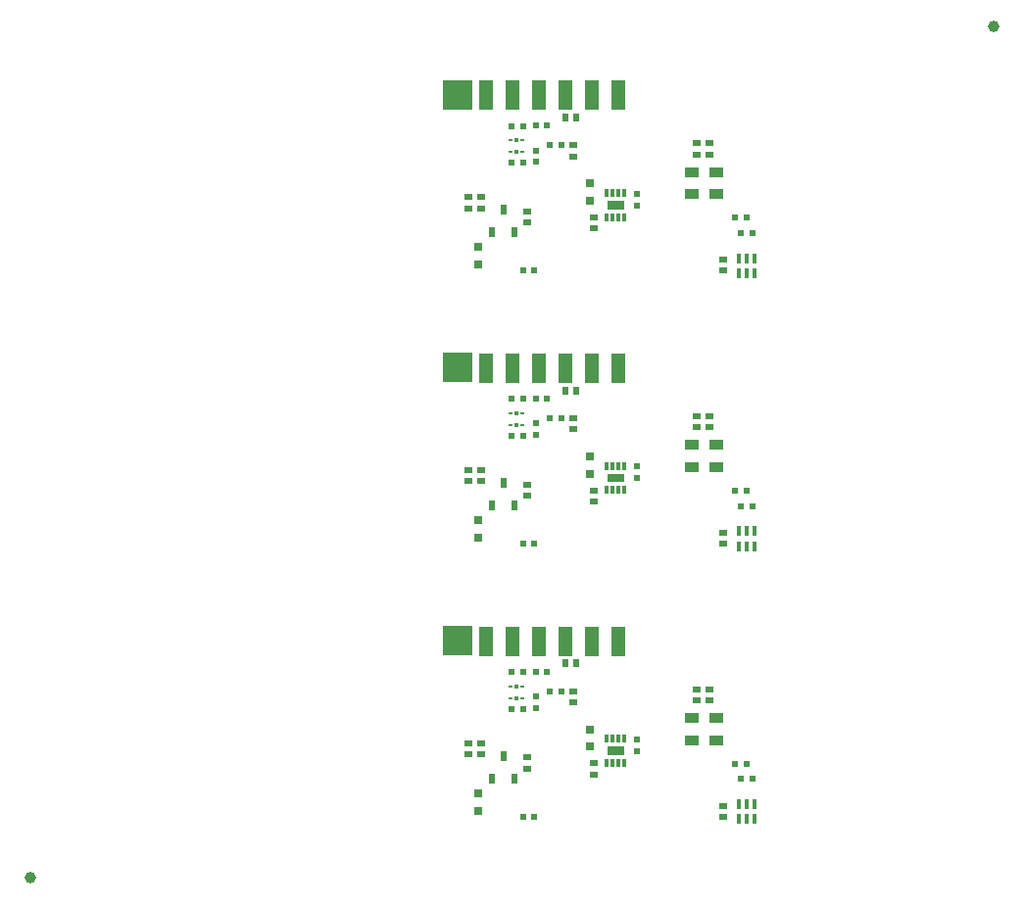
<source format=gtp>
G04*
G04 #@! TF.GenerationSoftware,Altium Limited,Altium Designer,19.1.8 (144)*
G04*
G04 Layer_Color=8421504*
%FSAX25Y25*%
%MOIN*%
G70*
G01*
G75*
%ADD10C,0.03937*%
%ADD11R,0.01968X0.02362*%
%ADD12R,0.02520X0.02362*%
%ADD13R,0.01575X0.03543*%
%ADD14R,0.01890X0.03740*%
%ADD15R,0.09843X0.09843*%
%ADD16R,0.03150X0.03150*%
%ADD18R,0.01181X0.01575*%
%ADD19R,0.04724X0.09843*%
%ADD20R,0.02362X0.01968*%
%ADD21R,0.01181X0.02756*%
%ADD22R,0.01968X0.01968*%
%ADD23R,0.02362X0.02520*%
%ADD24R,0.05118X0.03543*%
%ADD78R,0.01417X0.01024*%
G36*
X0328823Y0343385D02*
X0328818Y0340472D01*
X0323091Y0340472D01*
X0323092Y0343386D01*
X0328823Y0343385D01*
D02*
G37*
G36*
Y0250471D02*
X0328818Y0247558D01*
X0323091Y0247559D01*
X0323092Y0250472D01*
X0328823Y0250471D01*
D02*
G37*
G36*
Y0157558D02*
X0328818Y0154645D01*
X0323091Y0154645D01*
X0323092Y0157559D01*
X0328823Y0157558D01*
D02*
G37*
D10*
X0126772Y0112992D02*
D03*
X0454528Y0402559D02*
D03*
D11*
X0366575Y0337598D02*
D03*
X0370512D02*
D03*
X0294567Y0356299D02*
D03*
X0290630D02*
D03*
X0307401Y0362244D02*
D03*
X0303465D02*
D03*
X0294528Y0368818D02*
D03*
X0290591D02*
D03*
X0302638Y0368897D02*
D03*
X0298701D02*
D03*
X0372441Y0332362D02*
D03*
X0368504D02*
D03*
X0298307Y0319606D02*
D03*
X0294370D02*
D03*
X0366575Y0244685D02*
D03*
X0370512D02*
D03*
X0294567Y0263385D02*
D03*
X0290630D02*
D03*
X0307401Y0269330D02*
D03*
X0303465D02*
D03*
X0294528Y0275905D02*
D03*
X0290591D02*
D03*
X0302638Y0275984D02*
D03*
X0298701D02*
D03*
X0372441Y0239448D02*
D03*
X0368504D02*
D03*
X0298307Y0226692D02*
D03*
X0294370D02*
D03*
X0366575Y0151771D02*
D03*
X0370512D02*
D03*
X0294567Y0170472D02*
D03*
X0290630D02*
D03*
X0307401Y0176417D02*
D03*
X0303465D02*
D03*
X0294528Y0182992D02*
D03*
X0290591D02*
D03*
X0302638Y0183070D02*
D03*
X0298701D02*
D03*
X0372441Y0146535D02*
D03*
X0368504D02*
D03*
X0298307Y0133779D02*
D03*
X0294370D02*
D03*
D12*
X0362598Y0319527D02*
D03*
Y0323307D02*
D03*
X0295787Y0339763D02*
D03*
Y0335984D02*
D03*
X0353465Y0362913D02*
D03*
Y0359133D02*
D03*
X0357992Y0362913D02*
D03*
Y0359133D02*
D03*
X0275787Y0340787D02*
D03*
Y0344566D02*
D03*
X0280276Y0340826D02*
D03*
Y0344606D02*
D03*
X0311575Y0362244D02*
D03*
Y0358464D02*
D03*
X0318583Y0337755D02*
D03*
Y0333976D02*
D03*
X0362598Y0226614D02*
D03*
Y0230393D02*
D03*
X0295787Y0246850D02*
D03*
Y0243070D02*
D03*
X0353465Y0270000D02*
D03*
Y0266220D02*
D03*
X0357992Y0270000D02*
D03*
Y0266220D02*
D03*
X0275787Y0247873D02*
D03*
Y0251653D02*
D03*
X0280276Y0247913D02*
D03*
Y0251692D02*
D03*
X0311575Y0269330D02*
D03*
Y0265551D02*
D03*
X0318583Y0244842D02*
D03*
Y0241062D02*
D03*
X0362598Y0133700D02*
D03*
Y0137480D02*
D03*
X0295787Y0153936D02*
D03*
Y0150157D02*
D03*
X0353465Y0177086D02*
D03*
Y0173307D02*
D03*
X0357992Y0177086D02*
D03*
Y0173307D02*
D03*
X0275787Y0154960D02*
D03*
Y0158740D02*
D03*
X0280276Y0154999D02*
D03*
Y0158779D02*
D03*
X0311575Y0176417D02*
D03*
Y0172637D02*
D03*
X0318583Y0151929D02*
D03*
Y0148149D02*
D03*
D13*
X0373110Y0323818D02*
D03*
X0370551D02*
D03*
X0367992D02*
D03*
Y0318700D02*
D03*
X0370551D02*
D03*
X0373110D02*
D03*
Y0230905D02*
D03*
X0370551D02*
D03*
X0367992D02*
D03*
Y0225787D02*
D03*
X0370551D02*
D03*
X0373110D02*
D03*
Y0137992D02*
D03*
X0370551D02*
D03*
X0367992D02*
D03*
Y0132873D02*
D03*
X0370551D02*
D03*
X0373110D02*
D03*
D14*
X0283976Y0332598D02*
D03*
X0291614D02*
D03*
X0287795Y0340236D02*
D03*
X0283976Y0239685D02*
D03*
X0291614D02*
D03*
X0287795Y0247322D02*
D03*
X0283976Y0146771D02*
D03*
X0291614D02*
D03*
X0287795Y0154409D02*
D03*
D15*
X0272047Y0379448D02*
D03*
Y0286535D02*
D03*
Y0193622D02*
D03*
D16*
X0279055Y0321614D02*
D03*
Y0327519D02*
D03*
X0317283Y0349291D02*
D03*
Y0343385D02*
D03*
X0279055Y0228700D02*
D03*
Y0234606D02*
D03*
X0317283Y0256377D02*
D03*
Y0250472D02*
D03*
X0279055Y0135787D02*
D03*
Y0141692D02*
D03*
X0317283Y0163464D02*
D03*
Y0157559D02*
D03*
D18*
X0292205Y0363936D02*
D03*
Y0359999D02*
D03*
Y0271023D02*
D03*
Y0267086D02*
D03*
Y0178110D02*
D03*
Y0174173D02*
D03*
D19*
X0308858Y0379330D02*
D03*
X0299803D02*
D03*
X0290748D02*
D03*
X0281693Y0379330D02*
D03*
X0326968Y0379330D02*
D03*
X0317913D02*
D03*
X0308858Y0286417D02*
D03*
X0299803D02*
D03*
X0290748D02*
D03*
X0281693Y0286417D02*
D03*
X0326968Y0286417D02*
D03*
X0317913D02*
D03*
X0308858Y0193503D02*
D03*
X0299803D02*
D03*
X0290748D02*
D03*
X0281693Y0193503D02*
D03*
X0326968Y0193503D02*
D03*
X0317913D02*
D03*
D20*
X0298819Y0356574D02*
D03*
Y0360511D02*
D03*
X0333268Y0345787D02*
D03*
Y0341850D02*
D03*
X0298819Y0263661D02*
D03*
Y0267598D02*
D03*
X0333268Y0252873D02*
D03*
Y0248937D02*
D03*
X0298819Y0170747D02*
D03*
Y0174685D02*
D03*
X0333268Y0159960D02*
D03*
Y0156023D02*
D03*
D21*
X0322992Y0337795D02*
D03*
X0324961D02*
D03*
X0326929D02*
D03*
X0328898D02*
D03*
Y0346062D02*
D03*
X0326929D02*
D03*
X0324961D02*
D03*
X0322992D02*
D03*
Y0244881D02*
D03*
X0324961D02*
D03*
X0326929D02*
D03*
X0328898D02*
D03*
Y0253149D02*
D03*
X0326929D02*
D03*
X0324961D02*
D03*
X0322992D02*
D03*
Y0151968D02*
D03*
X0324961D02*
D03*
X0326929D02*
D03*
X0328898D02*
D03*
Y0160236D02*
D03*
X0326929D02*
D03*
X0324961D02*
D03*
X0322992D02*
D03*
D22*
X0325945Y0341929D02*
D03*
Y0249015D02*
D03*
Y0156102D02*
D03*
D23*
X0312598Y0371692D02*
D03*
X0308819D02*
D03*
X0312598Y0278779D02*
D03*
X0308819D02*
D03*
X0312598Y0185866D02*
D03*
X0308819D02*
D03*
D24*
X0360236Y0353149D02*
D03*
Y0345669D02*
D03*
X0351693Y0353149D02*
D03*
Y0345669D02*
D03*
X0360236Y0260236D02*
D03*
Y0252755D02*
D03*
X0351693Y0260236D02*
D03*
Y0252755D02*
D03*
X0360236Y0167322D02*
D03*
Y0159842D02*
D03*
X0351693Y0167322D02*
D03*
Y0159842D02*
D03*
D78*
X0290118Y0363936D02*
D03*
X0294291D02*
D03*
X0290118Y0359999D02*
D03*
X0294291D02*
D03*
X0290118Y0271023D02*
D03*
X0294291D02*
D03*
X0290118Y0267086D02*
D03*
X0294291D02*
D03*
X0290118Y0178110D02*
D03*
X0294291D02*
D03*
X0290118Y0174173D02*
D03*
X0294291D02*
D03*
M02*

</source>
